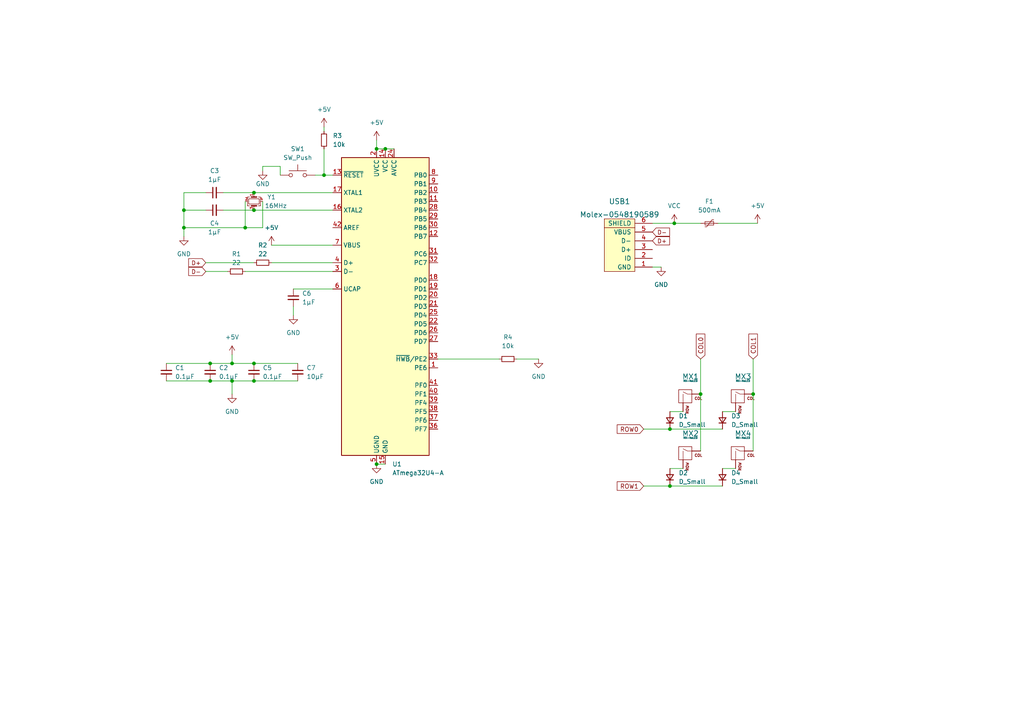
<source format=kicad_sch>
(kicad_sch (version 20211123) (generator eeschema)
  (paper "A4")
  (lib_symbols
    (symbol "Device:C_Small" (pin_numbers hide) (pin_names (offset 0.254) hide)
      (property "Reference" "C" (at 0.254 1.778 0))
      (property "Value" "C_Small" (at 0.254 -2.032 0))
      (symbol "C_Small_0_1"
        (polyline (pts (xy -1.524 -0.508) (xy 1.524 -0.508)) (stroke (width 0.3302)))
        (polyline (pts (xy -1.524 0.508) (xy 1.524 0.508)) (stroke (width 0.3048)))
      )
      (symbol "C_Small_1_1"
        (pin passive line (at 0 2.54 270) (length 2.032) (name "~") (number "1"))
        (pin passive line (at 0 -2.54 90) (length 2.032) (name "~") (number "2"))
      )
    )
    (symbol "Device:Crystal_GND24_Small" (pin_names (offset 1.016) hide)
      (property "Reference" "Y" (at 1.27 4.445 0))
      (property "Value" "Crystal_GND24_Small" (at 1.27 2.54 0))
      (symbol "Crystal_GND24_Small_0_1"
        (rectangle (start -0.762 -1.524) (end 0.762 1.524))
        (polyline (pts (xy -1.27 -0.762) (xy -1.27 0.762)) (stroke (width 0.381)))
        (polyline (pts (xy 1.27 -0.762) (xy 1.27 0.762)) (stroke (width 0.381)))
        (polyline (pts (xy -1.27 -1.27) (xy -1.27 -1.905) (xy 1.27 -1.905) (xy 1.27 -1.27)))
        (polyline (pts (xy -1.27 1.27) (xy -1.27 1.905) (xy 1.27 1.905) (xy 1.27 1.27)))
      )
      (symbol "Crystal_GND24_Small_1_1"
        (pin passive line (at -2.54 0 0) (length 1.27) (name "1") (number "1"))
        (pin passive line (at 0 -2.54 90) (length 0.635) (name "2") (number "2"))
        (pin passive line (at 2.54 0 180) (length 1.27) (name "3") (number "3"))
        (pin passive line (at 0 2.54 270) (length 0.635) (name "4") (number "4"))
      )
    )
    (symbol "Device:D_Small" (pin_numbers hide) (pin_names (offset 0.254) hide)
      (property "Reference" "D" (at -1.27 2.032 0))
      (property "Value" "D_Small" (at -3.81 -2.032 0))
      (symbol "D_Small_0_1"
        (polyline (pts (xy -0.762 -1.016) (xy -0.762 1.016)) (stroke (width 0.254)))
        (polyline (pts (xy -0.762 0) (xy 0.762 0)))
        (polyline (pts (xy 0.762 -1.016) (xy -0.762 0) (xy 0.762 1.016) (xy 0.762 -1.016)) (stroke (width 0.254)))
      )
      (symbol "D_Small_1_1"
        (pin passive line (at -2.54 0 0) (length 1.778) (name "K") (number "1"))
        (pin passive line (at 2.54 0 180) (length 1.778) (name "A") (number "2"))
      )
    )
    (symbol "Device:Polyfuse_Small" (pin_numbers hide) (pin_names (offset 0))
      (property "Reference" "F" (at -1.905 0 90))
      (property "Value" "Polyfuse_Small" (at 1.905 0 90))
      (symbol "Polyfuse_Small_0_1"
        (rectangle (start -0.508 1.27) (end 0.508 -1.27))
        (polyline (pts (xy 0 2.54) (xy 0 -2.54)))
        (polyline (pts (xy -1.016 1.27) (xy -1.016 0.762) (xy 1.016 -0.762) (xy 1.016 -1.27)))
      )
      (symbol "Polyfuse_Small_1_1"
        (pin passive line (at 0 2.54 270) (length 0.635) (name "~") (number "1"))
        (pin passive line (at 0 -2.54 90) (length 0.635) (name "~") (number "2"))
      )
    )
    (symbol "Device:R_Small" (pin_numbers hide) (pin_names (offset 0.254) hide)
      (property "Reference" "R" (at 0.762 0.508 0))
      (property "Value" "R_Small" (at 0.762 -1.016 0))
      (symbol "R_Small_0_1"
        (rectangle (start -0.762 1.778) (end 0.762 -1.778) (stroke (width 0.2032)))
      )
      (symbol "R_Small_1_1"
        (pin passive line (at 0 2.54 270) (length 0.762) (name "~") (number "1"))
        (pin passive line (at 0 -2.54 90) (length 0.762) (name "~") (number "2"))
      )
    )
    (symbol "MCU_Microchip_ATmega:ATmega32U4-A"
      (property "Reference" "U" (at -12.7 44.45 0))
      (property "Value" "ATmega32U4-A" (at 2.54 -44.45 0))
      (symbol "ATmega32U4-A_0_1"
        (rectangle (start -12.7 -43.18) (end 12.7 43.18) (stroke (width 0.254)) (fill (type background)))
      )
      (symbol "ATmega32U4-A_1_1"
        (pin bidirectional line (at 15.24 -17.78 180) (length 2.54) (name "PE6") (number "1"))
        (pin bidirectional line (at 15.24 33.02 180) (length 2.54) (name "PB2") (number "10"))
        (pin bidirectional line (at 15.24 30.48 180) (length 2.54) (name "PB3") (number "11"))
        (pin bidirectional line (at 15.24 20.32 180) (length 2.54) (name "PB7") (number "12"))
        (pin input line (at -15.24 38.1 0) (length 2.54) (name "~{RESET}") (number "13"))
        (pin power_in line (at 0 45.72 270) (length 2.54) (name "VCC") (number "14"))
        (pin power_in line (at 0 -45.72 90) (length 2.54) (name "GND") (number "15"))
        (pin output line (at -15.24 27.94 0) (length 2.54) (name "XTAL2") (number "16"))
        (pin input line (at -15.24 33.02 0) (length 2.54) (name "XTAL1") (number "17"))
        (pin bidirectional line (at 15.24 7.62 180) (length 2.54) (name "PD0") (number "18"))
        (pin bidirectional line (at 15.24 5.08 180) (length 2.54) (name "PD1") (number "19"))
        (pin power_in line (at -2.54 45.72 270) (length 2.54) (name "UVCC") (number "2"))
        (pin bidirectional line (at 15.24 2.54 180) (length 2.54) (name "PD2") (number "20"))
        (pin bidirectional line (at 15.24 0 180) (length 2.54) (name "PD3") (number "21"))
        (pin bidirectional line (at 15.24 -5.08 180) (length 2.54) (name "PD5") (number "22"))
        (pin passive line (at 0 -45.72 90) (length 2.54) hide (name "GND") (number "23"))
        (pin power_in line (at 2.54 45.72 270) (length 2.54) (name "AVCC") (number "24"))
        (pin bidirectional line (at 15.24 -2.54 180) (length 2.54) (name "PD4") (number "25"))
        (pin bidirectional line (at 15.24 -7.62 180) (length 2.54) (name "PD6") (number "26"))
        (pin bidirectional line (at 15.24 -10.16 180) (length 2.54) (name "PD7") (number "27"))
        (pin bidirectional line (at 15.24 27.94 180) (length 2.54) (name "PB4") (number "28"))
        (pin bidirectional line (at 15.24 25.4 180) (length 2.54) (name "PB5") (number "29"))
        (pin bidirectional line (at -15.24 10.16 0) (length 2.54) (name "D-") (number "3"))
        (pin bidirectional line (at 15.24 22.86 180) (length 2.54) (name "PB6") (number "30"))
        (pin bidirectional line (at 15.24 15.24 180) (length 2.54) (name "PC6") (number "31"))
        (pin bidirectional line (at 15.24 12.7 180) (length 2.54) (name "PC7") (number "32"))
        (pin bidirectional line (at 15.24 -15.24 180) (length 2.54) (name "~{HWB}/PE2") (number "33"))
        (pin passive line (at 0 45.72 270) (length 2.54) hide (name "VCC") (number "34"))
        (pin passive line (at 0 -45.72 90) (length 2.54) hide (name "GND") (number "35"))
        (pin bidirectional line (at 15.24 -35.56 180) (length 2.54) (name "PF7") (number "36"))
        (pin bidirectional line (at 15.24 -33.02 180) (length 2.54) (name "PF6") (number "37"))
        (pin bidirectional line (at 15.24 -30.48 180) (length 2.54) (name "PF5") (number "38"))
        (pin bidirectional line (at 15.24 -27.94 180) (length 2.54) (name "PF4") (number "39"))
        (pin bidirectional line (at -15.24 12.7 0) (length 2.54) (name "D+") (number "4"))
        (pin bidirectional line (at 15.24 -25.4 180) (length 2.54) (name "PF1") (number "40"))
        (pin bidirectional line (at 15.24 -22.86 180) (length 2.54) (name "PF0") (number "41"))
        (pin passive line (at -15.24 22.86 0) (length 2.54) (name "AREF") (number "42"))
        (pin passive line (at 0 -45.72 90) (length 2.54) hide (name "GND") (number "43"))
        (pin passive line (at 2.54 45.72 270) (length 2.54) hide (name "AVCC") (number "44"))
        (pin passive line (at -2.54 -45.72 90) (length 2.54) (name "UGND") (number "5"))
        (pin passive line (at -15.24 5.08 0) (length 2.54) (name "UCAP") (number "6"))
        (pin input line (at -15.24 17.78 0) (length 2.54) (name "VBUS") (number "7"))
        (pin bidirectional line (at 15.24 38.1 180) (length 2.54) (name "PB0") (number "8"))
        (pin bidirectional line (at 15.24 35.56 180) (length 2.54) (name "PB1") (number "9"))
      )
    )
    (symbol "MX_Alps_Hybrid:MX-NoLED" (pin_names (offset 1.016))
      (property "Reference" "MX" (at -0.635 3.81 0))
      (property "Value" "MX-NoLED" (at -0.635 1.27 0))
      (symbol "MX-NoLED_0_0"
        (rectangle (start -2.54 2.54) (end 1.27 -1.27))
        (polyline (pts (xy -1.27 -1.27) (xy -1.27 1.27)) (stroke (width 0.127)))
        (polyline (pts (xy 1.27 1.27) (xy 0 1.27) (xy -1.27 1.905)) (stroke (width 0.127)))
        (text "COL" (at 3.175 0 0) (effects (font (size 0.762 0.762))))
        (text "ROW" (at 0 -1.905 900) (effects (font (size 0.762 0.762)) (justify right)))
      )
      (symbol "MX-NoLED_1_1"
        (pin passive line (at 3.81 1.27 180) (length 2.54) (name "COL") (number "1"))
        (pin passive line (at -1.27 -3.81 90) (length 2.54) (name "ROW") (number "2"))
      )
    )
    (symbol "Switch:SW_Push" (pin_numbers hide) (pin_names (offset 1.016) hide)
      (property "Reference" "SW" (at 1.27 2.54 0))
      (property "Value" "SW_Push" (at 0 -1.524 0))
      (symbol "SW_Push_0_1"
        (circle (center -2.032 0) (radius 0.508))
        (polyline (pts (xy 0 1.27) (xy 0 3.048)))
        (polyline (pts (xy 2.54 1.27) (xy -2.54 1.27)))
        (circle (center 2.032 0) (radius 0.508))
        (pin passive line (at -5.08 0 0) (length 2.54) (name "1") (number "1"))
        (pin passive line (at 5.08 0 180) (length 2.54) (name "2") (number "2"))
      )
    )
    (symbol "power:+5V" (power) (pin_names (offset 0))
      (property "Value" "+5V" (at 0 3.556 0))
      (symbol "+5V_0_1"
        (polyline (pts (xy -0.762 1.27) (xy 0 2.54)))
        (polyline (pts (xy 0 0) (xy 0 2.54)))
        (polyline (pts (xy 0 2.54) (xy 0.762 1.27)))
      )
      (symbol "+5V_1_1"
        (pin power_in line (at 0 0 90) (length 0) hide (name "+5V") (number "1"))
      )
    )
    (symbol "power:GND" (power) (pin_names (offset 0))
      (property "Value" "GND" (at 0 -3.81 0))
      (symbol "GND_0_1"
        (polyline (pts (xy 0 0) (xy 0 -1.27) (xy 1.27 -1.27) (xy 0 -2.54) (xy -1.27 -1.27) (xy 0 -1.27)))
      )
      (symbol "GND_1_1"
        (pin power_in line (at 0 0 270) (length 0) hide (name "GND") (number "1"))
      )
    )
    (symbol "power:VCC" (power) (pin_names (offset 0))
      (property "Value" "VCC" (at 0 3.81 0))
      (symbol "VCC_0_1"
        (polyline (pts (xy -0.762 1.27) (xy 0 2.54)))
        (polyline (pts (xy 0 0) (xy 0 2.54)))
        (polyline (pts (xy 0 2.54) (xy 0.762 1.27)))
      )
      (symbol "VCC_1_1"
        (pin power_in line (at 0 0 90) (length 0) hide (name "VCC") (number "1"))
      )
    )
    (symbol "random-keyboard-parts:Molex-0548190589" (pin_names (offset 1.016))
      (property "Reference" "USB" (at 0 7.62 0))
      (property "Value" "Molex-0548190589" (at 0 10.16 0))
      (symbol "Molex-0548190589_0_0"
        (polyline (pts (xy 6.35 -2.54) (xy 6.35 6.35)))
        (rectangle (start 8.89 -2.54) (end -6.35 6.35) (fill (type background)))
      )
      (symbol "Molex-0548190589_1_1"
        (pin input line (at -5.08 -7.62 90) (length 5.08) (name "GND") (number "1"))
        (pin input line (at -2.54 -7.62 90) (length 5.08) (name "ID") (number "2"))
        (pin input line (at 0 -7.62 90) (length 5.08) (name "D+") (number "3"))
        (pin input line (at 2.54 -7.62 90) (length 5.08) (name "D-") (number "4"))
        (pin input line (at 5.08 -7.62 90) (length 5.08) (name "VBUS") (number "5"))
        (pin input line (at 7.62 -7.62 90) (length 5.08) (name "SHIELD") (number "6"))
      )
    )
  )
  (junction (at 67.31 110.49))
  (junction (at 194.31 124.46))
  (junction (at 194.31 140.97))
  (junction (at 53.34 66.04))
  (junction (at 109.22 43.18))
  (junction (at 111.76 43.18))
  (junction (at 109.22 134.62))
  (junction (at 60.96 105.41))
  (junction (at 67.31 105.41))
  (junction (at 93.98 50.8))
  (junction (at 53.34 60.96))
  (junction (at 71.12 66.04))
  (junction (at 73.66 60.96))
  (junction (at 73.66 55.88))
  (junction (at 73.66 110.49))
  (junction (at 195.58 64.77))
  (junction (at 60.96 110.49))
  (junction (at 203.2 114.3))
  (junction (at 218.44 114.3))
  (junction (at 73.66 105.41))
  (wire (pts (xy 209.55 135.89) (xy 213.36 135.89)))
  (wire (pts (xy 59.69 55.88) (xy 53.34 55.88)))
  (wire (pts (xy 189.23 77.47) (xy 191.77 77.47)))
  (wire (pts (xy 111.76 43.18) (xy 114.3 43.18)))
  (wire (pts (xy 67.31 102.87) (xy 67.31 105.41)))
  (wire (pts (xy 59.69 76.2) (xy 73.66 76.2)))
  (wire (pts (xy 76.2 48.26) (xy 81.28 48.26)))
  (wire (pts (xy 109.22 43.18) (xy 111.76 43.18)))
  (wire (pts (xy 93.98 43.18) (xy 93.98 50.8)))
  (wire (pts (xy 64.77 60.96) (xy 73.66 60.96)))
  (wire (pts (xy 186.69 140.97) (xy 194.31 140.97)))
  (wire (pts (xy 48.26 105.41) (xy 60.96 105.41)))
  (wire (pts (xy 71.12 78.74) (xy 96.52 78.74)))
  (wire (pts (xy 48.26 110.49) (xy 60.96 110.49)))
  (wire (pts (xy 194.31 135.89) (xy 198.12 135.89)))
  (wire (pts (xy 67.31 110.49) (xy 73.66 110.49)))
  (wire (pts (xy 53.34 55.88) (xy 53.34 60.96)))
  (wire (pts (xy 186.69 124.46) (xy 194.31 124.46)))
  (wire (pts (xy 60.96 105.41) (xy 67.31 105.41)))
  (wire (pts (xy 73.66 110.49) (xy 86.36 110.49)))
  (wire (pts (xy 67.31 105.41) (xy 73.66 105.41)))
  (wire (pts (xy 59.69 78.74) (xy 66.04 78.74)))
  (wire (pts (xy 127 104.14) (xy 144.78 104.14)))
  (wire (pts (xy 91.44 50.8) (xy 93.98 50.8)))
  (wire (pts (xy 109.22 40.64) (xy 109.22 43.18)))
  (wire (pts (xy 78.74 76.2) (xy 96.52 76.2)))
  (wire (pts (xy 208.28 64.77) (xy 219.71 64.77)))
  (wire (pts (xy 81.28 48.26) (xy 81.28 50.8)))
  (wire (pts (xy 73.66 60.96) (xy 96.52 60.96)))
  (wire (pts (xy 93.98 50.8) (xy 96.52 50.8)))
  (wire (pts (xy 209.55 119.38) (xy 213.36 119.38)))
  (wire (pts (xy 53.34 66.04) (xy 53.34 68.58)))
  (wire (pts (xy 67.31 110.49) (xy 67.31 114.3)))
  (wire (pts (xy 53.34 60.96) (xy 59.69 60.96)))
  (wire (pts (xy 189.23 64.77) (xy 195.58 64.77)))
  (wire (pts (xy 93.98 36.83) (xy 93.98 38.1)))
  (wire (pts (xy 194.31 140.97) (xy 209.55 140.97)))
  (wire (pts (xy 53.34 60.96) (xy 53.34 66.04)))
  (wire (pts (xy 203.2 114.3) (xy 203.2 130.81)))
  (wire (pts (xy 78.74 71.12) (xy 96.52 71.12)))
  (wire (pts (xy 195.58 64.77) (xy 203.2 64.77)))
  (wire (pts (xy 194.31 124.46) (xy 209.55 124.46)))
  (wire (pts (xy 149.86 104.14) (xy 156.21 104.14)))
  (wire (pts (xy 85.09 83.82) (xy 96.52 83.82)))
  (wire (pts (xy 218.44 114.3) (xy 218.44 130.81)))
  (wire (pts (xy 64.77 55.88) (xy 73.66 55.88)))
  (wire (pts (xy 109.22 134.62) (xy 111.76 134.62)))
  (wire (pts (xy 218.44 104.14) (xy 218.44 114.3)))
  (wire (pts (xy 60.96 110.49) (xy 67.31 110.49)))
  (wire (pts (xy 76.2 58.42) (xy 76.2 66.04)))
  (wire (pts (xy 71.12 58.42) (xy 71.12 66.04)))
  (wire (pts (xy 76.2 48.26) (xy 76.2 49.53)))
  (wire (pts (xy 71.12 66.04) (xy 53.34 66.04)))
  (wire (pts (xy 203.2 104.14) (xy 203.2 114.3)))
  (wire (pts (xy 85.09 88.9) (xy 85.09 91.44)))
  (wire (pts (xy 73.66 55.88) (xy 96.52 55.88)))
  (wire (pts (xy 194.31 119.38) (xy 198.12 119.38)))
  (wire (pts (xy 73.66 105.41) (xy 86.36 105.41)))
  (wire (pts (xy 76.2 66.04) (xy 71.12 66.04)))
  (global_label "ROW1" (shape input) (at 186.69 140.97 180) (property "Intersheet References" "${INTERSHEET_REFS}" (effects hide)))
  (global_label "COL0" (shape input) (at 203.2 104.14 90) (property "Intersheet References" "${INTERSHEET_REFS}" (effects hide)))
  (global_label "D+" (shape input) (at 189.23 69.85 0) (effects (font (size 1.2 1.2))) (property "Intersheet References" "${INTERSHEET_REFS}" (effects hide)))
  (global_label "D+" (shape input) (at 59.69 76.2 180) (effects (font (size 1.2 1.2))) (property "Intersheet References" "${INTERSHEET_REFS}" (effects hide)))
  (global_label "COL1" (shape input) (at 218.44 104.14 90) (property "Intersheet References" "${INTERSHEET_REFS}" (effects hide)))
  (global_label "ROW0" (shape input) (at 186.69 124.46 180) (property "Intersheet References" "${INTERSHEET_REFS}" (effects hide)))
  (global_label "D-" (shape input) (at 189.23 67.31 0) (effects (font (size 1.2 1.2))) (property "Intersheet References" "${INTERSHEET_REFS}" (effects hide)))
  (global_label "D-" (shape input) (at 59.69 78.74 180) (effects (font (size 1.2 1.2))) (property "Intersheet References" "${INTERSHEET_REFS}" (effects hide)))
  (symbol (lib_id "power:+5V") (at 67.31 102.87 0) (unit 1)
    (property "Reference" "#PWR0102" (effects hide))
    (property "Value" "+5V" (at 67.31 97.79 0))
  )
  (symbol (lib_id "MX_Alps_Hybrid:MX-NoLED") (at 214.63 115.57 0) (unit 1)
    (property "Reference" "MX3" (at 215.5156 109.22 0) (effects (font (size 1.524 1.524))))
    (property "Value" "MX-NoLED" (at 215.5156 110.49 0) (effects (font (size 0.508 0.508))))
    (property "Footprint" "MX_Alps_Hybrid:MX-1U-NoLED" (effects hide))
  )
  (symbol (lib_id "power:GND") (at 76.2 49.53 0) (unit 1)
    (property "Reference" "#PWR0108" (effects hide))
    (property "Value" "GND" (at 76.2 53.34 0))
  )
  (symbol (lib_id "Device:R_Small") (at 68.58 78.74 90) (unit 1)
    (property "Reference" "R1" (at 68.58 73.66 90))
    (property "Value" "22" (at 68.58 76.2 90))
    (property "Footprint" "Resistor_SMD:R_0805_2012Metric" (effects hide))
  )
  (symbol (lib_id "Device:C_Small") (at 60.96 107.95 0) (unit 1)
    (property "Reference" "C2" (at 63.5 106.6862 0) (effects (justify left)))
    (property "Value" "0.1µF" (at 63.5 109.2262 0) (effects (justify left)))
    (property "Footprint" "Capacitor_SMD:C_0805_2012Metric" (effects hide))
  )
  (symbol (lib_id "Device:D_Small") (at 194.31 121.92 90) (unit 1)
    (property "Reference" "D1" (at 196.85 120.6499 90) (effects (justify right)))
    (property "Value" "D_Small" (at 196.85 123.1899 90) (effects (justify right)))
    (property "Footprint" "Diode_SMD:D_SOD-123" (effects hide))
  )
  (symbol (lib_id "Device:C_Small") (at 62.23 60.96 90) (unit 1)
    (property "Reference" "C4" (at 62.23 64.77 90))
    (property "Value" "1µF" (at 62.23 67.31 90))
    (property "Footprint" "Capacitor_SMD:C_0805_2012Metric" (effects hide))
  )
  (symbol (lib_id "random-keyboard-parts:Molex-0548190589") (at 181.61 72.39 90) (unit 1)
    (property "Reference" "USB1" (at 179.705 58.42 90) (effects (font (size 1.524 1.524))))
    (property "Value" "Molex-0548190589" (at 179.705 62.23 90) (effects (font (size 1.524 1.524))))
    (property "Footprint" "random-keyboard-parts:Molex-0548190589" (effects hide))
  )
  (symbol (lib_id "Device:C_Small") (at 85.09 86.36 0) (unit 1)
    (property "Reference" "C6" (at 87.63 85.0962 0) (effects (justify left)))
    (property "Value" "1µF" (at 87.63 87.6362 0) (effects (justify left)))
    (property "Footprint" "Capacitor_SMD:C_0805_2012Metric" (effects hide))
  )
  (symbol (lib_id "power:GND") (at 191.77 77.47 0) (unit 1)
    (property "Reference" "#PWR0112" (effects hide))
    (property "Value" "GND" (at 191.77 82.55 0))
  )
  (symbol (lib_id "power:GND") (at 53.34 68.58 0) (unit 1)
    (property "Reference" "#PWR0104" (effects hide))
    (property "Value" "GND" (at 53.34 73.66 0))
  )
  (symbol (lib_id "Device:Crystal_GND24_Small") (at 73.66 58.42 270) (unit 1)
    (property "Reference" "Y1" (at 78.74 57.15 90))
    (property "Value" "16MHz" (at 80.01 59.69 90))
    (property "Footprint" "Crystal:Crystal_SMD_3225-4Pin_3.2x2.5mm" (effects hide))
  )
  (symbol (lib_id "Device:D_Small") (at 209.55 138.43 90) (unit 1)
    (property "Reference" "D4" (at 212.09 137.1599 90) (effects (justify right)))
    (property "Value" "D_Small" (at 212.09 139.6999 90) (effects (justify right)))
    (property "Footprint" "Diode_SMD:D_SOD-123" (effects hide))
  )
  (symbol (lib_id "Device:C_Small") (at 86.36 107.95 0) (unit 1)
    (property "Reference" "C7" (at 88.9 106.6862 0) (effects (justify left)))
    (property "Value" "10µF" (at 88.9 109.2262 0) (effects (justify left)))
    (property "Footprint" "Capacitor_SMD:C_0805_2012Metric" (effects hide))
  )
  (symbol (lib_id "Device:C_Small") (at 48.26 107.95 0) (unit 1)
    (property "Reference" "C1" (at 50.8 106.6862 0) (effects (justify left)))
    (property "Value" "0.1µF" (at 50.8 109.2262 0) (effects (justify left)))
    (property "Footprint" "Capacitor_SMD:C_0805_2012Metric" (effects hide))
  )
  (symbol (lib_id "power:GND") (at 67.31 114.3 0) (unit 1)
    (property "Reference" "#PWR0101" (effects hide))
    (property "Value" "GND" (at 67.31 119.38 0))
  )
  (symbol (lib_id "power:+5V") (at 78.74 71.12 0) (unit 1)
    (property "Reference" "#PWR0107" (effects hide))
    (property "Value" "+5V" (at 78.74 66.04 0))
  )
  (symbol (lib_id "power:+5V") (at 219.71 64.77 0) (unit 1)
    (property "Reference" "#PWR0113" (effects hide))
    (property "Value" "+5V" (at 219.71 59.69 0))
  )
  (symbol (lib_id "Device:Polyfuse_Small") (at 205.74 64.77 90) (unit 1)
    (property "Reference" "F1" (at 205.74 58.42 90))
    (property "Value" "500mA" (at 205.74 60.96 90))
    (property "Footprint" "Fuse:Fuse_1206_3216Metric" (effects hide))
  )
  (symbol (lib_id "power:+5V") (at 93.98 36.83 0) (unit 1)
    (property "Reference" "#PWR0109" (effects hide))
    (property "Value" "+5V" (at 93.98 31.75 0))
  )
  (symbol (lib_id "power:GND") (at 85.09 91.44 0) (unit 1)
    (property "Reference" "#PWR0103" (effects hide))
    (property "Value" "GND" (at 85.09 96.52 0))
  )
  (symbol (lib_id "MX_Alps_Hybrid:MX-NoLED") (at 199.39 132.08 0) (unit 1)
    (property "Reference" "MX2" (at 200.2756 125.73 0) (effects (font (size 1.524 1.524))))
    (property "Value" "MX-NoLED" (at 200.2756 127 0) (effects (font (size 0.508 0.508))))
    (property "Footprint" "MX_Alps_Hybrid:MX-1U-NoLED" (effects hide))
  )
  (symbol (lib_id "Device:D_Small") (at 209.55 121.92 90) (unit 1)
    (property "Reference" "D3" (at 212.09 120.6499 90) (effects (justify right)))
    (property "Value" "D_Small" (at 212.09 123.1899 90) (effects (justify right)))
    (property "Footprint" "Diode_SMD:D_SOD-123" (effects hide))
  )
  (symbol (lib_id "power:VCC") (at 195.58 64.77 0) (unit 1)
    (property "Reference" "#PWR0111" (effects hide))
    (property "Value" "VCC" (at 195.58 59.69 0))
  )
  (symbol (lib_id "Device:R_Small") (at 93.98 40.64 0) (unit 1)
    (property "Reference" "R3" (at 96.52 39.3699 0) (effects (justify left)))
    (property "Value" "10k" (at 96.52 41.9099 0) (effects (justify left)))
    (property "Footprint" "Resistor_SMD:R_0805_2012Metric" (effects hide))
  )
  (symbol (lib_id "Device:C_Small") (at 62.23 55.88 90) (unit 1)
    (property "Reference" "C3" (at 62.2363 49.53 90))
    (property "Value" "1µF" (at 62.2363 52.07 90))
    (property "Footprint" "Capacitor_SMD:C_0805_2012Metric" (effects hide))
  )
  (symbol (lib_id "Device:R_Small") (at 76.2 76.2 90) (unit 1)
    (property "Reference" "R2" (at 76.2 71.12 90))
    (property "Value" "22" (at 76.2 73.66 90))
    (property "Footprint" "Resistor_SMD:R_0805_2012Metric" (effects hide))
  )
  (symbol (lib_id "MCU_Microchip_ATmega:ATmega32U4-A") (at 111.76 88.9 0) (unit 1)
    (property "Reference" "U1" (at 113.7794 134.62 0) (effects (justify left)))
    (property "Value" "ATmega32U4-A" (at 113.7794 137.16 0) (effects (justify left)))
    (property "Footprint" "Package_QFP:TQFP-44_10x10mm_P0.8mm" (effects hide))
    (property "Datasheet" "http://ww1.microchip.com/downloads/en/DeviceDoc/Atmel-7766-8-bit-AVR-ATmega16U4-32U4_Datasheet.pdf" (effects hide))
  )
  (symbol (lib_id "Switch:SW_Push") (at 86.36 50.8 0) (unit 1)
    (property "Reference" "SW1" (at 86.36 43.18 0))
    (property "Value" "SW_Push" (at 86.36 45.72 0))
    (property "Footprint" "random-keyboard-parts:SKQG-1155865" (effects hide))
  )
  (symbol (lib_id "Device:R_Small") (at 147.32 104.14 90) (unit 1)
    (property "Reference" "R4" (at 147.32 97.79 90))
    (property "Value" "10k" (at 147.32 100.33 90))
    (property "Footprint" "Resistor_SMD:R_0805_2012Metric" (effects hide))
  )
  (symbol (lib_id "Device:D_Small") (at 194.31 138.43 90) (unit 1)
    (property "Reference" "D2" (at 196.85 137.1599 90) (effects (justify right)))
    (property "Value" "D_Small" (at 196.85 139.6999 90) (effects (justify right)))
    (property "Footprint" "Diode_SMD:D_SOD-123" (effects hide))
  )
  (symbol (lib_id "power:+5V") (at 109.22 40.64 0) (unit 1)
    (property "Reference" "#PWR0110" (effects hide))
    (property "Value" "+5V" (at 109.22 35.56 0))
  )
  (symbol (lib_id "power:GND") (at 109.22 134.62 0) (unit 1)
    (property "Reference" "#PWR0105" (effects hide))
    (property "Value" "GND" (at 109.22 139.7 0))
  )
  (symbol (lib_id "power:GND") (at 156.21 104.14 0) (unit 1)
    (property "Reference" "#PWR0106" (effects hide))
    (property "Value" "GND" (at 156.21 109.22 0))
  )
  (symbol (lib_id "Device:C_Small") (at 73.66 107.95 0) (unit 1)
    (property "Reference" "C5" (at 76.2 106.6862 0) (effects (justify left)))
    (property "Value" "0.1µF" (at 76.2 109.2262 0) (effects (justify left)))
    (property "Footprint" "Capacitor_SMD:C_0805_2012Metric" (effects hide))
  )
  (symbol (lib_id "MX_Alps_Hybrid:MX-NoLED") (at 214.63 132.08 0) (unit 1)
    (property "Reference" "MX4" (at 215.5156 125.73 0) (effects (font (size 1.524 1.524))))
    (property "Value" "MX-NoLED" (at 215.5156 127 0) (effects (font (size 0.508 0.508))))
    (property "Footprint" "MX_Alps_Hybrid:MX-1U-NoLED" (effects hide))
  )
  (symbol (lib_id "MX_Alps_Hybrid:MX-NoLED") (at 199.39 115.57 0) (unit 1)
    (property "Reference" "MX1" (at 200.2756 109.22 0) (effects (font (size 1.524 1.524))))
    (property "Value" "MX-NoLED" (at 200.2756 110.49 0) (effects (font (size 0.508 0.508))))
    (property "Footprint" "MX_Alps_Hybrid:MX-1U-NoLED" (effects hide))
  )
)
</source>
